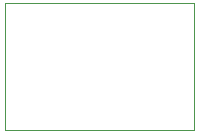
<source format=gbr>
%TF.GenerationSoftware,KiCad,Pcbnew,6.0.4+dfsg-1~bpo11+1*%
%TF.CreationDate,Date%
%TF.ProjectId,KibotTest,4b69626f-7454-4657-9374-2e6b69636164,rev?*%
%TF.SameCoordinates,Original*%
%TF.FileFunction,Profile,NP*%
%FSLAX46Y46*%
G04 Gerber Fmt 4.6, Leading zero omitted, Abs format (unit mm)*
G04 Created by KiCad*
%MOMM*%
%LPD*%
G01*
G04 APERTURE LIST*
%TA.AperFunction,Profile*%
%ADD10C,0.100000*%
%TD*%
G04 APERTURE END LIST*
D10*
X61750000Y-54750000D02*
X45750000Y-54750000D01*
X45750000Y-54750000D02*
X45750000Y-44000000D01*
X45750000Y-44000000D02*
X61750000Y-44000000D01*
X61750000Y-44000000D02*
X61750000Y-54750000D01*
M02*

</source>
